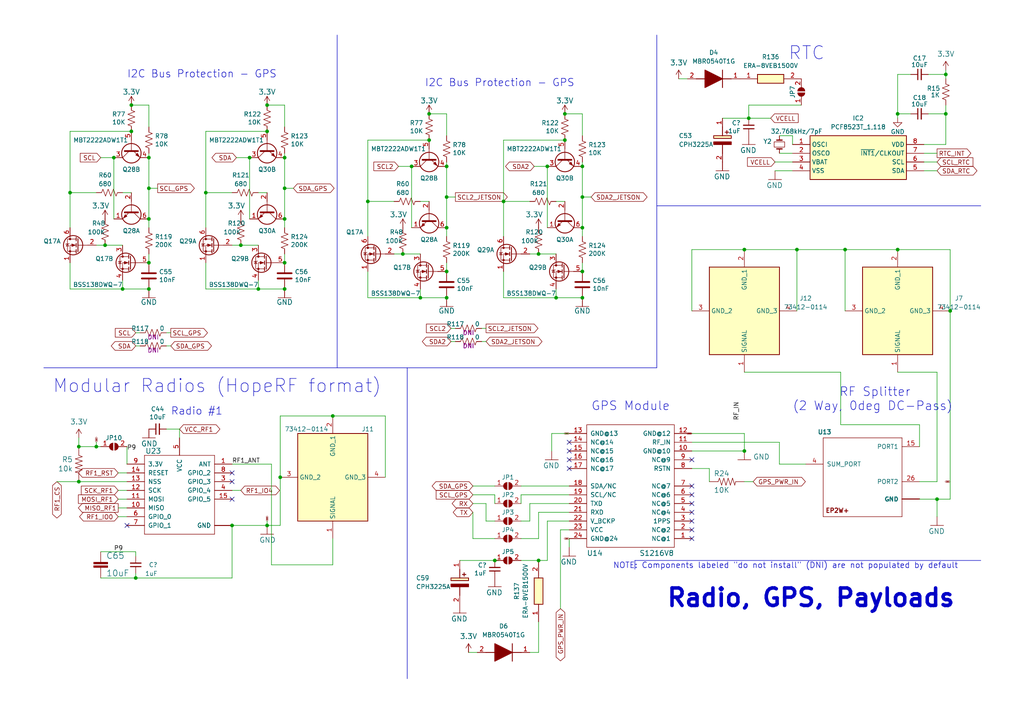
<source format=kicad_sch>
(kicad_sch (version 20230121) (generator eeschema)
  (paper "A4")
  (title_block (title "PyCubed Mainboard") (date "2021-06-09") (rev "v05c") (company "Max Holliday"))
  (junction (at 67.31 152.4))
  (junction (at 33.02 45.72))
  (junction (at 168.91 57.15))
  (junction (at 168.91 66.04))
  (junction (at 217.17 34.29))
  (junction (at 260.35 72.39))
  (junction (at 77.47 30.48))
  (junction (at 129.54 48.26))
  (junction (at 43.18 76.2))
  (junction (at 158.75 48.26))
  (junction (at 119.38 48.26))
  (junction (at 35.56 83.82))
  (junction (at 231.14 72.39))
  (junction (at 74.93 83.82))
  (junction (at 124.46 40.64))
  (junction (at 27.94 129.54))
  (junction (at 168.91 78.74))
  (junction (at 77.47 38.1))
  (junction (at 43.18 54.61))
  (junction (at 129.54 57.15))
  (junction (at 124.46 33.02))
  (junction (at 129.54 66.04))
  (junction (at 22.86 139.7))
  (junction (at 168.91 86.36))
  (junction (at 43.18 45.72))
  (junction (at 39.37 167.64))
  (junction (at 82.55 76.2))
  (junction (at 82.55 45.72))
  (junction (at 72.39 45.72))
  (junction (at 163.83 40.64))
  (junction (at 82.55 63.5))
  (junction (at 30.48 71.12))
  (junction (at 143.51 162.56))
  (junction (at 82.55 54.61))
  (junction (at 168.91 48.26))
  (junction (at 38.1 30.48))
  (junction (at 121.92 86.36))
  (junction (at 156.21 73.66))
  (junction (at 106.68 58.42))
  (junction (at 38.1 38.1))
  (junction (at 163.83 33.02))
  (junction (at 20.32 55.88))
  (junction (at 274.32 21.59))
  (junction (at 161.29 86.36))
  (junction (at 69.85 71.12))
  (junction (at 274.32 33.02))
  (junction (at 82.55 83.82))
  (junction (at 116.84 73.66))
  (junction (at 59.69 55.88))
  (junction (at 43.18 83.82))
  (junction (at 43.18 63.5))
  (junction (at 81.28 138.43))
  (junction (at 215.9 130.81))
  (junction (at 275.59 90.17))
  (junction (at 146.05 58.42))
  (junction (at 22.86 129.54))
  (junction (at 77.47 152.4))
  (junction (at 96.52 120.65))
  (junction (at 260.35 33.02))
  (junction (at 129.54 86.36))
  (junction (at 245.11 72.39))
  (junction (at 215.9 72.39))
  (junction (at 129.54 78.74))
  (junction (at 271.78 144.78))
  (junction (at 156.21 162.56))
  (no_connect (at 165.1 133.35))
  (no_connect (at 200.66 143.51))
  (no_connect (at 200.66 153.67))
  (no_connect (at 67.31 139.7))
  (no_connect (at 200.66 133.35))
  (no_connect (at 200.66 146.05))
  (no_connect (at 165.1 128.27))
  (no_connect (at 165.1 130.81))
  (no_connect (at 200.66 151.13))
  (no_connect (at 200.66 148.59))
  (no_connect (at 200.66 140.97))
  (no_connect (at 200.66 156.21))
  (no_connect (at 36.83 152.4))
  (no_connect (at 67.31 144.78))
  (no_connect (at 67.31 137.16))
  (no_connect (at 165.1 135.89))
  (wire (pts (xy 153.67 151.13) (xy 153.67 146.05)))
  (wire (pts (xy 67.31 134.62) (xy 78.74 134.62)))
  (wire (pts (xy 226.06 134.62) (xy 233.68 134.62)))
  (wire (pts (xy 260.35 33.02) (xy 264.16 33.02)))
  (wire (pts (xy 39.37 167.64) (xy 67.31 167.64)))
  (wire (pts (xy 67.31 152.4) (xy 77.47 152.4)))
  (wire (pts (xy 49.53 100.33) (xy 48.26 100.33)))
  (wire (pts (xy 116.84 73.66) (xy 114.3 73.66)))
  (wire (pts (xy 165.1 156.21) (xy 165.1 158.75)))
  (wire (pts (xy 260.35 21.59) (xy 260.35 33.02)))
  (wire (pts (xy 196.85 22.86) (xy 199.39 22.86)))
  (wire (pts (xy 96.52 163.83) (xy 96.52 156.21)))
  (wire (pts (xy 245.11 72.39) (xy 260.35 72.39)))
  (polyline (pts (xy 184.15 165.1) (xy 184.15 162.56)))
  (wire (pts (xy 77.47 55.88) (xy 74.93 55.88)))
  (wire (pts (xy 43.18 44.45) (xy 43.18 45.72)))
  (wire (pts (xy 49.53 96.52) (xy 48.26 96.52)))
  (wire (pts (xy 52.07 124.46) (xy 52.07 127)))
  (wire (pts (xy 146.05 78.74) (xy 146.05 86.36)))
  (wire (pts (xy 43.18 73.66) (xy 43.18 76.2)))
  (wire (pts (xy 266.7 139.7) (xy 271.78 139.7)))
  (wire (pts (xy 29.21 45.72) (xy 33.02 45.72)))
  (wire (pts (xy 168.91 66.04) (xy 168.91 57.15)))
  (polyline (pts (xy 190.5 59.69) (xy 284.48 59.69)))
  (wire (pts (xy 226.06 128.27) (xy 226.06 134.62)))
  (wire (pts (xy 156.21 156.21) (xy 156.21 148.59)))
  (wire (pts (xy 171.45 57.15) (xy 168.91 57.15)))
  (wire (pts (xy 146.05 86.36) (xy 161.29 86.36)))
  (wire (pts (xy 137.16 156.21) (xy 143.51 156.21)))
  (wire (pts (xy 77.47 152.4) (xy 81.28 152.4)))
  (wire (pts (xy 74.93 81.28) (xy 74.93 83.82)))
  (wire (pts (xy 33.02 45.72) (xy 33.02 63.5)))
  (wire (pts (xy 156.21 73.66) (xy 153.67 73.66)))
  (wire (pts (xy 209.55 34.29) (xy 217.17 34.29)))
  (wire (pts (xy 59.69 76.2) (xy 59.69 83.82)))
  (wire (pts (xy 226.06 39.37) (xy 229.87 39.37)))
  (wire (pts (xy 137.16 148.59) (xy 137.16 156.21)))
  (wire (pts (xy 29.21 167.64) (xy 39.37 167.64)))
  (wire (pts (xy 217.17 34.29) (xy 223.52 34.29)))
  (wire (pts (xy 106.68 68.58) (xy 106.68 58.42)))
  (wire (pts (xy 133.35 162.56) (xy 143.51 162.56)))
  (wire (pts (xy 151.13 140.97) (xy 165.1 140.97)))
  (wire (pts (xy 27.94 128.27) (xy 27.94 129.54)))
  (wire (pts (xy 274.32 21.59) (xy 274.32 22.86)))
  (wire (pts (xy 39.37 96.52) (xy 40.64 96.52)))
  (wire (pts (xy 267.97 49.53) (xy 271.78 49.53)))
  (wire (pts (xy 144.78 162.56) (xy 143.51 162.56)))
  (wire (pts (xy 151.13 162.56) (xy 156.21 162.56)))
  (polyline (pts (xy 190.5 106.68) (xy 190.5 10.16)))
  (wire (pts (xy 78.74 163.83) (xy 96.52 163.83)))
  (wire (pts (xy 85.09 54.61) (xy 82.55 54.61)))
  (wire (pts (xy 74.93 71.12) (xy 69.85 71.12)))
  (wire (pts (xy 140.97 99.06) (xy 139.7 99.06)))
  (polyline (pts (xy 97.79 106.68) (xy 97.79 10.16)))
  (wire (pts (xy 35.56 83.82) (xy 43.18 83.82)))
  (wire (pts (xy 266.7 123.19) (xy 266.7 129.54)))
  (wire (pts (xy 82.55 36.83) (xy 82.55 30.48)))
  (wire (pts (xy 78.74 134.62) (xy 78.74 163.83)))
  (wire (pts (xy 156.21 162.56) (xy 158.75 162.56)))
  (wire (pts (xy 20.32 55.88) (xy 27.94 55.88)))
  (wire (pts (xy 59.69 55.88) (xy 59.69 38.1)))
  (wire (pts (xy 39.37 160.02) (xy 39.37 161.29)))
  (wire (pts (xy 231.14 72.39) (xy 215.9 72.39)))
  (wire (pts (xy 200.66 125.73) (xy 215.9 125.73)))
  (wire (pts (xy 215.9 139.7) (xy 218.44 139.7)))
  (wire (pts (xy 274.32 30.48) (xy 274.32 33.02)))
  (wire (pts (xy 137.16 140.97) (xy 143.51 140.97)))
  (wire (pts (xy 20.32 38.1) (xy 38.1 38.1)))
  (wire (pts (xy 36.83 134.62) (xy 36.83 129.54)))
  (wire (pts (xy 274.32 20.32) (xy 274.32 21.59)))
  (wire (pts (xy 106.68 86.36) (xy 121.92 86.36)))
  (wire (pts (xy 271.78 144.78) (xy 271.78 149.86)))
  (wire (pts (xy 129.54 57.15) (xy 129.54 48.26)))
  (wire (pts (xy 269.24 33.02) (xy 274.32 33.02)))
  (wire (pts (xy 140.97 146.05) (xy 140.97 151.13)))
  (wire (pts (xy 106.68 78.74) (xy 106.68 86.36)))
  (wire (pts (xy 59.69 55.88) (xy 67.31 55.88)))
  (wire (pts (xy 129.54 33.02) (xy 124.46 33.02)))
  (wire (pts (xy 215.9 125.73) (xy 215.9 130.81)))
  (wire (pts (xy 39.37 100.33) (xy 40.64 100.33)))
  (wire (pts (xy 156.21 189.23) (xy 153.67 189.23)))
  (wire (pts (xy 121.92 73.66) (xy 116.84 73.66)))
  (wire (pts (xy 20.32 55.88) (xy 20.32 38.1)))
  (wire (pts (xy 43.18 66.04) (xy 43.18 63.5)))
  (wire (pts (xy 154.94 48.26) (xy 158.75 48.26)))
  (wire (pts (xy 156.21 189.23) (xy 156.21 180.34)))
  (wire (pts (xy 69.85 71.12) (xy 67.31 71.12)))
  (wire (pts (xy 29.21 160.02) (xy 39.37 160.02)))
  (wire (pts (xy 226.06 128.27) (xy 200.66 128.27)))
  (wire (pts (xy 115.57 48.26) (xy 119.38 48.26)))
  (wire (pts (xy 260.35 21.59) (xy 264.16 21.59)))
  (wire (pts (xy 168.91 46.99) (xy 168.91 48.26)))
  (wire (pts (xy 36.83 144.78) (xy 34.29 144.78)))
  (wire (pts (xy 82.55 30.48) (xy 77.47 30.48)))
  (wire (pts (xy 275.59 90.17) (xy 275.59 144.78)))
  (wire (pts (xy 129.54 68.58) (xy 129.54 66.04)))
  (wire (pts (xy 39.37 167.64) (xy 39.37 166.37)))
  (wire (pts (xy 140.97 95.25) (xy 139.7 95.25)))
  (wire (pts (xy 271.78 107.95) (xy 260.35 107.95)))
  (wire (pts (xy 82.55 44.45) (xy 82.55 45.72)))
  (wire (pts (xy 30.48 71.12) (xy 27.94 71.12)))
  (wire (pts (xy 200.66 72.39) (xy 215.9 72.39)))
  (wire (pts (xy 132.08 57.15) (xy 129.54 57.15)))
  (wire (pts (xy 161.29 86.36) (xy 168.91 86.36)))
  (wire (pts (xy 96.52 120.65) (xy 81.28 120.65)))
  (wire (pts (xy 151.13 143.51) (xy 151.13 146.05)))
  (wire (pts (xy 52.07 124.46) (xy 48.26 124.46)))
  (wire (pts (xy 160.02 125.73) (xy 160.02 130.81)))
  (wire (pts (xy 129.54 76.2) (xy 129.54 78.74)))
  (wire (pts (xy 153.67 146.05) (xy 165.1 146.05)))
  (wire (pts (xy 36.83 147.32) (xy 34.29 147.32)))
  (polyline (pts (xy 12.7 106.68) (xy 190.5 106.68)))
  (wire (pts (xy 81.28 120.65) (xy 81.28 138.43)))
  (wire (pts (xy 43.18 63.5) (xy 43.18 54.61)))
  (wire (pts (xy 143.51 143.51) (xy 137.16 143.51)))
  (wire (pts (xy 163.83 58.42) (xy 161.29 58.42)))
  (wire (pts (xy 38.1 55.88) (xy 35.56 55.88)))
  (wire (pts (xy 168.91 39.37) (xy 168.91 33.02)))
  (wire (pts (xy 168.91 57.15) (xy 168.91 48.26)))
  (wire (pts (xy 43.18 36.83) (xy 43.18 30.48)))
  (wire (pts (xy 151.13 156.21) (xy 156.21 156.21)))
  (wire (pts (xy 16.51 139.7) (xy 22.86 139.7)))
  (wire (pts (xy 43.18 54.61) (xy 43.18 45.72)))
  (wire (pts (xy 36.83 137.16) (xy 34.29 137.16)))
  (wire (pts (xy 151.13 151.13) (xy 153.67 151.13)))
  (wire (pts (xy 274.32 33.02) (xy 274.32 41.91)))
  (wire (pts (xy 243.84 107.95) (xy 243.84 123.19)))
  (wire (pts (xy 129.54 66.04) (xy 129.54 57.15)))
  (wire (pts (xy 162.56 153.67) (xy 162.56 176.53)))
  (wire (pts (xy 106.68 58.42) (xy 114.3 58.42)))
  (wire (pts (xy 266.7 144.78) (xy 271.78 144.78)))
  (wire (pts (xy 20.32 83.82) (xy 35.56 83.82)))
  (wire (pts (xy 267.97 44.45) (xy 271.78 44.45)))
  (polyline (pts (xy 184.15 162.56) (xy 284.48 162.56)))
  (wire (pts (xy 59.69 66.04) (xy 59.69 55.88)))
  (wire (pts (xy 77.47 151.13) (xy 77.47 152.4)))
  (wire (pts (xy 274.32 41.91) (xy 267.97 41.91)))
  (wire (pts (xy 260.35 72.39) (xy 275.59 72.39)))
  (polyline (pts (xy 118.11 196.85) (xy 118.11 106.68)))
  (wire (pts (xy 137.16 146.05) (xy 140.97 146.05)))
  (wire (pts (xy 96.52 120.65) (xy 111.76 120.65)))
  (wire (pts (xy 162.56 153.67) (xy 165.1 153.67)))
  (wire (pts (xy 275.59 72.39) (xy 275.59 90.17)))
  (wire (pts (xy 200.66 135.89) (xy 205.74 135.89)))
  (wire (pts (xy 165.1 125.73) (xy 160.02 125.73)))
  (wire (pts (xy 165.1 151.13) (xy 158.75 151.13)))
  (wire (pts (xy 168.91 33.02) (xy 163.83 33.02)))
  (wire (pts (xy 229.87 39.37) (xy 229.87 41.91)))
  (wire (pts (xy 231.14 72.39) (xy 245.11 72.39)))
  (wire (pts (xy 146.05 68.58) (xy 146.05 58.42)))
  (wire (pts (xy 34.29 149.86) (xy 36.83 149.86)))
  (wire (pts (xy 129.54 39.37) (xy 129.54 33.02)))
  (wire (pts (xy 69.85 142.24) (xy 67.31 142.24)))
  (wire (pts (xy 72.39 45.72) (xy 72.39 63.5)))
  (wire (pts (xy 130.81 95.25) (xy 132.08 95.25)))
  (wire (pts (xy 111.76 120.65) (xy 111.76 138.43)))
  (wire (pts (xy 146.05 40.64) (xy 163.83 40.64)))
  (wire (pts (xy 215.9 130.81) (xy 200.66 130.81)))
  (wire (pts (xy 81.28 138.43) (xy 81.28 152.4)))
  (wire (pts (xy 229.87 49.53) (xy 224.79 49.53)))
  (wire (pts (xy 82.55 66.04) (xy 82.55 63.5)))
  (wire (pts (xy 82.55 73.66) (xy 82.55 76.2)))
  (wire (pts (xy 130.81 99.06) (xy 132.08 99.06)))
  (wire (pts (xy 22.86 129.54) (xy 27.94 129.54)))
  (wire (pts (xy 119.38 48.26) (xy 119.38 66.04)))
  (wire (pts (xy 243.84 123.19) (xy 266.7 123.19)))
  (wire (pts (xy 35.56 81.28) (xy 35.56 83.82)))
  (wire (pts (xy 124.46 58.42) (xy 121.92 58.42)))
  (wire (pts (xy 140.97 151.13) (xy 143.51 151.13)))
  (wire (pts (xy 121.92 83.82) (xy 121.92 86.36)))
  (wire (pts (xy 20.32 66.04) (xy 20.32 55.88)))
  (wire (pts (xy 35.56 71.12) (xy 30.48 71.12)))
  (wire (pts (xy 168.91 76.2) (xy 168.91 78.74)))
  (wire (pts (xy 245.11 90.17) (xy 245.11 72.39)))
  (wire (pts (xy 59.69 83.82) (xy 74.93 83.82)))
  (wire (pts (xy 217.17 30.48) (xy 232.41 30.48)))
  (wire (pts (xy 43.18 30.48) (xy 38.1 30.48)))
  (wire (pts (xy 20.32 76.2) (xy 20.32 83.82)))
  (wire (pts (xy 36.83 142.24) (xy 34.29 142.24)))
  (wire (pts (xy 217.17 30.48) (xy 217.17 34.29)))
  (wire (pts (xy 135.89 189.23) (xy 138.43 189.23)))
  (wire (pts (xy 22.86 129.54) (xy 22.86 127)))
  (wire (pts (xy 275.59 144.78) (xy 271.78 144.78)))
  (wire (pts (xy 68.58 45.72) (xy 72.39 45.72)))
  (wire (pts (xy 22.86 139.7) (xy 36.83 139.7)))
  (wire (pts (xy 229.87 46.99) (xy 224.79 46.99)))
  (wire (pts (xy 158.75 48.26) (xy 158.75 66.04)))
  (wire (pts (xy 200.66 90.17) (xy 200.66 72.39)))
  (wire (pts (xy 156.21 148.59) (xy 165.1 148.59)))
  (wire (pts (xy 106.68 40.64) (xy 124.46 40.64)))
  (wire (pts (xy 269.24 21.59) (xy 274.32 21.59)))
  (wire (pts (xy 267.97 46.99) (xy 271.78 46.99)))
  (wire (pts (xy 106.68 58.42) (xy 106.68 40.64)))
  (wire (pts (xy 143.51 146.05) (xy 143.51 143.51)))
  (wire (pts (xy 229.87 44.45) (xy 226.06 44.45)))
  (wire (pts (xy 129.54 46.99) (xy 129.54 48.26)))
  (wire (pts (xy 161.29 73.66) (xy 156.21 73.66)))
  (wire (pts (xy 168.91 68.58) (xy 168.91 66.04)))
  (wire (pts (xy 205.74 135.89) (xy 205.74 139.7)))
  (wire (pts (xy 146.05 58.42) (xy 153.67 58.42)))
  (wire (pts (xy 271.78 139.7) (xy 271.78 107.95)))
  (wire (pts (xy 45.72 54.61) (xy 43.18 54.61)))
  (wire (pts (xy 165.1 143.51) (xy 151.13 143.51)))
  (wire (pts (xy 121.92 86.36) (xy 129.54 86.36)))
  (wire (pts (xy 67.31 167.64) (xy 67.31 152.4)))
  (wire (pts (xy 74.93 83.82) (xy 82.55 83.82)))
  (wire (pts (xy 158.75 151.13) (xy 158.75 162.56)))
  (wire (pts (xy 215.9 107.95) (xy 243.84 107.95)))
  (wire (pts (xy 59.69 38.1) (xy 77.47 38.1)))
  (wire (pts (xy 161.29 83.82) (xy 161.29 86.36)))
  (wire (pts (xy 146.05 58.42) (xy 146.05 40.64)))
  (wire (pts (xy 260.35 34.29) (xy 260.35 33.02)))
  (wire (pts (xy 27.94 129.54) (xy 29.21 129.54)))
  (wire (pts (xy 231.14 72.39) (xy 231.14 90.17)))
  (wire (pts (xy 82.55 54.61) (xy 82.55 45.72)))
  (wire (pts (xy 82.55 63.5) (xy 82.55 54.61)))
  (text "Radio, GPS, Payloads" (at 193.04 176.53 0) (effects (font (size 5.08 5.08) (thickness 1.016) bold) (justify left bottom)))
  (text "I2C Bus Protection - GPS\n" (at 123.19 25.4 0) (effects (font (size 2.159 2.159)) (justify left bottom)))
  (text "Radio #1" (at 49.53 120.65 0) (effects (font (size 2.159 2.159)) (justify left bottom)))
  (text "       RF Splitter \n(2 Way, 0deg DC-Pass)" (at 229.87 119.38 0) (effects (font (size 2.54 2.54)) (justify left bottom)))
  (text "NOTE: Components labeled \"do not install\" (DNI) are not populated by default" (at 177.8 165.1 0) (effects (font (size 1.651 1.651)) (justify left bottom)))
  (text "I2C Bus Protection - GPS\n" (at 36.83 22.86 0) (effects (font (size 2.159 2.159)) (justify left bottom)))
  (text "RTC" (at 228.6 17.78 0) (effects (font (size 3.81 3.81)) (justify left bottom)))
  (text "GPS Module" (at 171.45 119.38 0) (effects (font (size 2.54 2.54)) (justify left bottom)))
  (text "Modular Radios (HopeRF format)" (at 15.24 114.3 0) (effects (font (size 3.81 3.81)) (justify left bottom)))
  (label "RF1_ANT" (at 67.31 134.62 0))
  (label "P9" (at 36.83 130.81 0))
  (label "RF_IN" (at 214.63 121.92 90))
  (label "P9" (at 33.02 160.02 0))
  (global_label "RF1_IO0" (shape bidirectional) (at 34.29 149.86 180) (property "Intersheetrefs" "${INTERSHEET_REFS}" (effects hide)))
  (global_label "SCL2_JETSON" (shape output) (at 140.97 95.25 0) (property "Intersheetrefs" "${INTERSHEET_REFS}" (effects hide)))
  (global_label "SDA2_JETSON" (shape bidirectional) (at 140.97 99.06 0) (property "Intersheetrefs" "${INTERSHEET_REFS}" (effects hide)))
  (global_label "SCL2" (shape input) (at 130.81 95.25 180) (property "Intersheetrefs" "${INTERSHEET_REFS}" (effects hide)))
  (global_label "SDA" (shape bidirectional) (at 68.58 45.72 180) (property "Intersheetrefs" "${INTERSHEET_REFS}" (effects hide)))
  (global_label "SCL" (shape input) (at 29.21 45.72 180) (property "Intersheetrefs" "${INTERSHEET_REFS}" (effects hide)))
  (global_label "SCL2_JETSON" (shape output) (at 132.08 57.15 0) (property "Intersheetrefs" "${INTERSHEET_REFS}" (effects hide)))
  (global_label "VCELL" (shape input) (at 224.79 46.99 180) (property "Intersheetrefs" "${INTERSHEET_REFS}" (effects hide)))
  (global_label "GPS_PWR_IN" (shape bidirectional) (at 218.44 139.7 0) (property "Intersheetrefs" "${INTERSHEET_REFS}" (effects hide)))
  (global_label "VCELL" (shape input) (at 223.52 34.29 0) (property "Intersheetrefs" "${INTERSHEET_REFS}" (effects hide)))
  (global_label "GND" (shape bidirectional) (at 275.59 139.7 180) (effects (font (size 0.254 0.254))) (property "Intersheetrefs" "${INTERSHEET_REFS}" (effects hide)))
  (global_label "SDA_RTC" (shape bidirectional) (at 271.78 49.53 0) (property "Intersheetrefs" "${INTERSHEET_REFS}" (effects hide)))
  (global_label "VCC_RF1" (shape bidirectional) (at 52.07 124.46 0) (property "Intersheetrefs" "${INTERSHEET_REFS}" (effects hide)))
  (global_label "GND" (shape bidirectional) (at 165.1 125.73 180) (effects (font (size 0.254 0.254))) (property "Intersheetrefs" "${INTERSHEET_REFS}" (effects hide)))
  (global_label "SCL2" (shape input) (at 115.57 48.26 180) (property "Intersheetrefs" "${INTERSHEET_REFS}" (effects hide)))
  (global_label "RF1_RST" (shape bidirectional) (at 34.29 137.16 180) (property "Intersheetrefs" "${INTERSHEET_REFS}" (effects hide)))
  (global_label "RF1_CS" (shape bidirectional) (at 16.51 139.7 270) (property "Intersheetrefs" "${INTERSHEET_REFS}" (effects hide)))
  (global_label "SCL_GPS" (shape input) (at 137.16 143.51 180) (property "Intersheetrefs" "${INTERSHEET_REFS}" (effects hide)))
  (global_label "MISO_RF1" (shape output) (at 34.29 147.32 180) (property "Intersheetrefs" "${INTERSHEET_REFS}" (effects hide)))
  (global_label "SDA2" (shape bidirectional) (at 130.81 99.06 180) (property "Intersheetrefs" "${INTERSHEET_REFS}" (effects hide)))
  (global_label "GND" (shape bidirectional) (at 165.1 156.21 180) (effects (font (size 0.254 0.254))) (property "Intersheetrefs" "${INTERSHEET_REFS}" (effects hide)))
  (global_label "SDA2" (shape bidirectional) (at 154.94 48.26 180) (property "Intersheetrefs" "${INTERSHEET_REFS}" (effects hide)))
  (global_label "SDA" (shape bidirectional) (at 39.37 100.33 180) (property "Intersheetrefs" "${INTERSHEET_REFS}" (effects hide)))
  (global_label "TX" (shape bidirectional) (at 137.16 148.59 180) (property "Intersheetrefs" "${INTERSHEET_REFS}" (effects hide)))
  (global_label "3.3V" (shape bidirectional) (at 27.94 128.27 90) (effects (font (size 0.254 0.254))) (property "Intersheetrefs" "${INTERSHEET_REFS}" (effects hide)))
  (global_label "RX" (shape bidirectional) (at 137.16 146.05 180) (property "Intersheetrefs" "${INTERSHEET_REFS}" (effects hide)))
  (global_label "SCL_RTC" (shape input) (at 271.78 46.99 0) (property "Intersheetrefs" "${INTERSHEET_REFS}" (effects hide)))
  (global_label "SDA_GPS" (shape bidirectional) (at 137.16 140.97 180) (property "Intersheetrefs" "${INTERSHEET_REFS}" (effects hide)))
  (global_label "GPS_PWR_IN" (shape bidirectional) (at 162.56 176.53 270) (property "Intersheetrefs" "${INTERSHEET_REFS}" (effects hide)))
  (global_label "MOSI_RF1" (shape input) (at 34.29 144.78 180) (property "Intersheetrefs" "${INTERSHEET_REFS}" (effects hide)))
  (global_label "SCL_GPS" (shape output) (at 45.72 54.61 0) (property "Intersheetrefs" "${INTERSHEET_REFS}" (effects hide)))
  (global_label "SCK_RF1" (shape input) (at 34.29 142.24 180) (property "Intersheetrefs" "${INTERSHEET_REFS}" (effects hide)))
  (global_label "SCL_GPS" (shape output) (at 49.53 96.52 0) (property "Intersheetrefs" "${INTERSHEET_REFS}" (effects hide)))
  (global_label "SDA2_JETSON" (shape bidirectional) (at 171.45 57.15 0) (property "Intersheetrefs" "${INTERSHEET_REFS}" (effects hide)))
  (global_label "SDA_GPS" (shape bidirectional) (at 49.53 100.33 0) (property "Intersheetrefs" "${INTERSHEET_REFS}" (effects hide)))
  (global_label "GND" (shape bidirectional) (at 200.66 125.73 180) (effects (font (size 0.254 0.254))) (property "Intersheetrefs" "${INTERSHEET_REFS}" (effects hide)))
  (global_label "SDA_GPS" (shape bidirectional) (at 85.09 54.61 0) (property "Intersheetrefs" "${INTERSHEET_REFS}" (effects hide)))
  (global_label "RTC_INT" (shape output) (at 271.78 44.45 0) (property "Intersheetrefs" "${INTERSHEET_REFS}" (effects hide)))
  (global_label "SCL" (shape input) (at 39.37 96.52 180) (property "Intersheetrefs" "${INTERSHEET_REFS}" (effects hide)))
  (global_label "GND" (shape bidirectional) (at 77.47 151.13 90) (effects (font (size 0.254 0.254))) (property "Intersheetrefs" "${INTERSHEET_REFS}" (effects hide)))
  (global_label "RF1_IO4" (shape bidirectional) (at 69.85 142.24 0) (property "Intersheetrefs" "${INTERSHEET_REFS}" (effects hide)))
  (symbol (lib_id "mainboard:10KOHM-1_10W-1%(0603)0603") (at 210.82 139.7 0) (unit 1)
    (property "Reference" "R24" (at 207.01 138.2014 0) (effects (font (size 1.4986 1.4986)) (justify left bottom)))
    (property "Value" "10K" (at 207.01 143.002 0) (effects (font (size 1.4986 1.4986)) (justify left bottom)))
    (property "Footprint" "Resistor_SMD:R_0603_1608Metric" (effects hide))
    (property "Description" "10K 0603" (effects hide))
    (instances (project "mainboard" (path "" (reference "R24") (unit 1)) (path "" (reference "R?") (unit 1))))
  )
  (symbol (lib_id "mainboard:GND") (at 271.78 152.4 0) (unit 1)
    (property "Reference" "#GND044" (effects hide))
    (property "Value" "GND" (at 269.24 154.94 0) (effects (font (size 1.4986 1.4986)) (justify left bottom)))
    (instances (project "mainboard" (path "" (reference "#GND044") (unit 1)) (path "" (reference "#GND?") (unit 1))))
  )
  (symbol (lib_id "mainboard:RFM98PW") (at 49.53 142.24 0) (unit 1)
    (property "Reference" "U23" (at 44.45 130.81 0) (effects (font (size 1.4986 1.4986))))
    (property "Value" "RFM98PW" (effects hide))
    (property "Footprint" "mainboard:RFM95PW" (effects hide))
    (property "Description" "433 MHz 1W Radio" (effects hide))
    (property "Flight" "RFM98PW" (effects hide))
    (property "Manufacturer_Name" "HopeRF" (effects hide))
    (property "Manufacturer_Part_Number" "RFM98PW" (effects hide))
    (property "Proto" "RFM98PW" (effects hide))
  )
  (symbol (lib_id "mainboard:GND") (at 77.47 154.94 0) (mirror y) (unit 1)
    (property "Reference" "#GND0103" (effects hide))
    (property "Value" "GND" (at 80.01 157.48 0) (effects (font (size 1.4986 1.4986)) (justify left bottom)))
    (instances (project "mainboard" (path "" (reference "#GND0103") (unit 1)) (path "" (reference "#GND?") (unit 1))))
  )
  (symbol (lib_id "mainboard:10KOHM-1_10W-1%(0603)0603") (at 22.86 134.62 270) (unit 1)
    (property "Reference" "R5" (at 21.1328 133.2738 90) (effects (font (size 1.4986 1.4986)) (justify right)))
    (property "Value" "10k" (at 21.1328 135.9408 90) (effects (font (size 1.4986 1.4986)) (justify right)))
    (property "Footprint" "Resistor_SMD:R_0603_1608Metric" (effects hide))
    (property "Description" "10k 0603" (effects hide))
    (instances (project "mainboard" (path "" (reference "R5") (unit 1)) (path "" (reference "R?") (unit 1))))
  )
  (symbol (lib_id "mainboard:3.3V") (at 22.86 127 0) (unit 1)
    (property "Reference" "#SUPPLY0109" (effects hide))
    (property "Value" "3.3V" (at 20.32 123.19 0) (effects (font (size 1.4986 1.4986)) (justify left bottom)))
    (instances (project "mainboard" (path "" (reference "#SUPPLY0109") (unit 1)) (path "" (reference "#SUPPLY?") (unit 1))))
  )
  (symbol (lib_id "Device:C_Small") (at 45.72 124.46 90) (unit 1)
    (property "Reference" "C44" (at 45.72 118.6434 90))
    (property "Value" "10uF" (at 45.72 120.9548 90))
    (property "Footprint" "Capacitor_SMD:C_0603_1608Metric" (effects hide))
    (property "Description" "10uF +-20% 10V X5R" (effects hide))
    (instances (project "mainboard" (path "" (reference "C44") (unit 1)) (path "" (reference "C?") (unit 1))))
  )
  (symbol (lib_id "mainboard:GND") (at 43.18 127 0) (mirror y) (unit 1)
    (property "Reference" "#GND036" (effects hide))
    (property "Value" "GND" (at 45.72 129.54 0) (effects (font (size 1.4986 1.4986)) (justify left bottom)))
    (instances (project "mainboard" (path "" (reference "#GND036") (unit 1)) (path "" (reference "#GND?") (unit 1))))
  )
  (symbol (lib_id "mainboard:EP2W+") (at 251.46 134.62 0) (unit 1)
    (property "Reference" "U13" (at 241.3 124.46 0) (effects (font bold) (justify right top)))
    (property "Value" "EP2W+" (effects hide))
    (property "Footprint" "mainboard:QFN32-5X5MM" (effects hide))
    (property "Datasheet" "https://www.minicircuits.com/pdfs/EP2W+.pdf" (effects hide))
    (property "DNI" "DNI" (effects hide))
    (property "Description" "RF Splitter DC-Pass" (effects hide))
    (property "Flight" "EP2W+" (effects hide))
    (property "Manufacturer_Name" "Mini Circuits" (effects hide))
    (property "Manufacturer_Part_Number" "EP2W+" (effects hide))
    (instances (project "mainboard" (path "" (reference "U13") (unit 1)) (path "" (reference "U?") (unit 1))))
  )
  (symbol (lib_id "mainboard:GND") (at 160.02 133.35 0) (unit 1)
    (property "Reference" "#GND042" (effects hide))
    (property "Value" "GND" (at 157.48 135.89 0) (effects (font (size 1.4986 1.4986)) (justify left bottom)))
    (instances (project "mainboard" (path "" (reference "#GND042") (unit 1)) (path "" (reference "#GND?") (unit 1))))
  )
  (symbol (lib_id "mainboard:GND") (at 165.1 161.29 0) (unit 1)
    (property "Reference" "#GND043" (effects hide))
    (property "Value" "GND" (at 162.56 163.83 0) (effects (font (size 1.4986 1.4986)) (justify left bottom)))
    (instances (project "mainboard" (path "" (reference "#GND043") (unit 1)) (path "" (reference "#GND?") (unit 1))))
  )
  (symbol (lib_id "mainboard:GND") (at 215.9 133.35 0) (unit 1)
    (property "Reference" "#GND047" (effects hide))
    (property "Value" "GND" (at 218.44 133.35 0) (effects (font (size 1.4986 1.4986)) (justify left bottom)))
    (instances (project "mainboard" (path "" (reference "#GND047") (unit 1)) (path "" (reference "#GND?") (unit 1))))
  )
  (symbol (lib_id "mainboard:S1216V8") (at 182.88 140.97 0) (unit 1)
    (property "Reference" "U14" (at 170.18 161.29 0) (effects (font (size 1.4986 1.4986)) (justify left bottom)))
    (property "Value" "S1216V8" (at 185.42 161.29 0) (effects (font (size 1.4986 1.4986)) (justify left bottom)))
    (property "Footprint" "mainboard:S1216_24PIN_PACKAGE" (effects hide))
    (instances (project "mainboard" (path "" (reference "U14") (unit 1)) (path "" (reference "U?") (unit 1))))
  )
  (symbol (lib_id "Device:R_US") (at 43.18 69.85 0) (unit 1)
    (property "Reference" "R119" (at 44.9072 68.6816 0) (effects (justify left)))
    (property "Value" "200K" (at 44.9072 70.993 0) (effects (justify left)))
    (property "Footprint" "Resistor_SMD:R_0603_1608Metric" (effects hide))
    (property "Description" "200K 0603" (effects hide))
    (instances (project "mainboard" (path "" (reference "R119") (unit 1)) (path "" (reference "R130") (unit 1))))
  )
  (symbol (lib_id "SamacSys_Parts:ERA-8VEB1500V") (at 214.63 22.86 0) (unit 1)
    (property "Reference" "R136" (at 223.52 16.51 0))
    (property "Value" "ERA-8VEB1500V" (at 223.52 19.05 0))
    (property "Footprint" "ERA8KEB1004V" (effects hide))
    (property "Datasheet" "https://industrial.panasonic.com/cdbs/www-data/pdf/RDM0000/RDM0000C331.pdf" (effects hide))
    (property "Height" "0.65" (effects hide))
    (property "Manufacturer_Name" "Panasonic" (effects hide))
    (property "Manufacturer_Part_Number" "ERA-8VEB1500V" (effects hide))
  )
  (symbol (lib_id "mainboard:3.3V") (at 116.84 66.04 0) (unit 1)
    (property "Reference" "#P+010" (effects hide))
    (property "Value" "3.3V" (at 115.57 62.23 0) (effects (font (size 1.4986 1.4986))))
    (instances (project "mainboard" (path "" (reference "#P+010") (unit 1)) (path "" (reference "#P+022") (unit 1))))
  )
  (symbol (lib_id "mainboard:GND") (at 224.79 52.07 0) (unit 1)
    (property "Reference" "#GND040" (effects hide))
    (property "Value" "GND" (at 222.25 54.61 0) (effects (font (size 1.4986 1.4986)) (justify left bottom)))
    (instances (project "mainboard" (path "" (reference "#GND040") (unit 1)) (path "" (reference "#GND?") (unit 1))))
  )
  (symbol (lib_id "Device:R_US") (at 77.47 34.29 0) (unit 1)
    (property "Reference" "R122" (at 75.7682 33.1216 0) (effects (justify right)))
    (property "Value" "10K" (at 75.7682 35.433 0) (effects (justify right)))
    (property "Footprint" "Resistor_SMD:R_0603_1608Metric" (effects hide))
    (property "Description" "10K 0603" (effects hide))
    (instances (project "mainboard" (path "" (reference "R122") (unit 1)) (path "" (reference "R133") (unit 1))))
  )
  (symbol (lib_id "Device:R_US") (at 43.18 40.64 0) (unit 1)
    (property "Reference" "R78" (at 44.9072 39.4716 0) (effects (justify left)))
    (property "Value" "10K" (at 44.9072 41.783 0) (effects (justify left)))
    (property "Footprint" "Resistor_SMD:R_0603_1608Metric" (effects hide))
    (property "Description" "10K 0603" (effects hide))
    (instances (project "mainboard" (path "" (reference "R78") (unit 1)) (path "" (reference "R129") (unit 1))))
  )
  (symbol (lib_id "Device:R_US") (at 116.84 69.85 0) (unit 1)
    (property "Reference" "R48" (at 113.03 67.31 0) (effects (justify left)))
    (property "Value" "100K" (at 111.76 69.85 0) (effects (justify left)))
    (property "Footprint" "Resistor_SMD:R_0603_1608Metric" (effects hide))
    (property "Description" "100K 0603" (effects hide))
    (instances (project "mainboard" (path "" (reference "R48") (unit 1)) (path "" (reference "R138") (unit 1))))
  )
  (symbol (lib_id "mainboard:BSS138DWQ-7") (at 107.95 73.66 0) (mirror y) (unit 1)
    (property "Reference" "Q17" (at 105.41 67.31 0) (effects (justify left)))
    (property "Value" "BSS138DWQ-7" (at 121.92 85.09 0) (effects (justify left)))
    (property "Footprint" "mainboard:BSS138DWQ-7" (effects hide))
    (property "Datasheet" "https://www.diodes.com/assets/Datasheets/BSS138DWQ.pdf" (effects hide))
    (property "Description" "Dual N-Channel MOSFET - 2NMOS" (effects hide))
    (property "Flight" "BSS138DWQ-7" (effects hide))
    (property "Manufacturer_Name" "Diodes Incorporated" (effects hide))
    (property "Manufacturer_Part_Number" "BSS138DWQ-7" (effects hide))
    (property "Proto" "BSS138DWQ-7" (effects hide))
    (instances (project "mainboard" (path "" (reference "Q17") (unit 1)) (path "" (reference "Q23") (unit 1))))
  )
  (symbol (lib_id "mainboard:BSS138DWQ-7") (at 162.56 78.74 0) (mirror y) (unit 2)
    (property "Reference" "Q29" (at 158.623 77.5716 0) (effects (justify left)))
    (property "Value" "BSS138DWQ-7" (effects hide))
    (property "Footprint" "mainboard:BSS138DWQ-7" (effects hide))
    (property "Datasheet" "https://www.diodes.com/assets/Datasheets/BSS138DWQ.pdf" (effects hide))
    (property "Description" "Dual N-Channel MOSFET - 2NMOS" (effects hide))
    (property "Flight" "BSS138DWQ-7" (effects hide))
    (property "Manufacturer_Name" "Diodes Incorporated" (effects hide))
    (property "Manufacturer_Part_Number" "BSS138DWQ-7" (effects hide))
    (property "Proto" "BSS138DWQ-7" (effects hide))
    (instances (project "mainboard" (path "" (reference "Q29") (unit 2)) (path "" (reference "Q36") (unit 2))))
  )
  (symbol (lib_id "Transistor_BJT:MBT2222ADW1T1") (at 38.1 60.96 270) (unit 1)
    (property "Reference" "Q28" (at 38.1 66.9544 90))
    (property "Value" "MBT2222ADW1T1" (effects hide))
    (property "Footprint" "Package_TO_SOT_SMD:SOT-363_SC-70-6" (effects hide))
    (property "Datasheet" "http://www.onsemi.com/pub_link/Collateral/MBT2222ADW1T1-D.PDF" (effects hide))
    (property "Description" "Dual NPN BJT - 2NPN" (effects hide))
    (property "Flight" "MBT2222ADW1T1G" (effects hide))
    (property "Manufacturer_Name" "ON Semiconductor" (effects hide))
    (property "Manufacturer_Part_Number" "MBT2222ADW1T1G" (effects hide))
    (property "Proto" "MBT2222ADW1T1G" (effects hide))
    (instances (project "mainboard" (path "" (reference "Q28") (unit 1)) (path "" (reference "Q32") (unit 1))))
  )
  (symbol (lib_id "Device:R_US") (at 82.55 40.64 0) (unit 1)
    (property "Reference" "R123" (at 84.2772 39.4716 0) (effects (justify left)))
    (property "Value" "10K" (at 84.2772 41.783 0) (effects (justify left)))
    (property "Footprint" "Resistor_SMD:R_0603_1608Metric" (effects hide))
    (property "Description" "10K 0603" (effects hide))
    (instances (project "mainboard" (path "" (reference "R123") (unit 1)) (path "" (reference "R134") (unit 1))))
  )
  (symbol (lib_id "Device:R_US") (at 31.75 55.88 270) (unit 1)
    (property "Reference" "R60" (at 30.48 50.8 90))
    (property "Value" "680" (at 30.48 53.34 90))
    (property "Footprint" "Resistor_SMD:R_0603_1608Metric" (effects hide))
    (property "Description" "680 0603" (effects hide))
    (instances (project "mainboard" (path "" (reference "R60") (unit 1)) (path "" (reference "R127") (unit 1))))
  )
  (symbol (lib_id "mainboard:GND") (at 129.54 88.9 0) (unit 1)
    (property "Reference" "#GND054" (effects hide))
    (property "Value" "GND" (at 129.54 90.17 0) (effects (font (size 1.4986 1.4986))))
    (instances (project "mainboard" (path "" (reference "#GND054") (unit 1)) (path "" (reference "#GND01") (unit 1))))
  )
  (symbol (lib_id "Device:R_US") (at 168.91 72.39 0) (unit 1)
    (property "Reference" "R124" (at 170.6372 71.2216 0) (effects (justify left)))
    (property "Value" "200K" (at 170.6372 73.533 0) (effects (justify left)))
    (property "Footprint" "Resistor_SMD:R_0603_1608Metric" (effects hide))
    (property "Description" "200K 0603" (effects hide))
    (instances (project "mainboard" (path "" (reference "R124") (unit 1)) (path "" (reference "R148") (unit 1))))
  )
  (symbol (lib_id "SamacSys_Parts:MBR0540T1G") (at 214.63 22.86 180) (unit 1)
    (property "Reference" "D4" (at 207.01 15.24 0))
    (property "Value" "MBR0540T1G" (at 207.01 17.78 0))
    (property "Footprint" "SOD3716X135N" (effects hide))
    (property "Datasheet" "http://www.onsemi.com/pub/Collateral/MBR0540T1-D.PDF" (effects hide))
    (property "Height" "1.35" (effects hide))
    (property "Mouser Part Number" "863-MBR0540T1G" (effects hide))
    (property "Mouser Price/Stock" "https://www.mouser.co.uk/ProductDetail/onsemi/MBR0540T1G?qs=3JMERSakebqeY0cO5%252BUPCQ%3D%3D" (effects hide))
    (property "Manufacturer_Name" "onsemi" (effects hide))
    (property "Manufacturer_Part_Number" "MBR0540T1G" (effects hide))
  )
  (symbol (lib_id "SamacSys_Parts:73412-0114") (at 245.11 90.17 0) (unit 1)
    (property "Reference" "J7" (at 278.13 86.5221 0))
    (property "Value" "73412-0114" (at 278.13 89.0621 0))
    (property "Footprint" "73412-0110" (effects hide))
    (property "Datasheet" "http://www.molex.com/webdocs/datasheets/pdf/en-us//0734120114_RF_COAX_CONNECTORS.pdf" (effects hide))
    (property "Mouser Part Number" "538-73412-0114" (effects hide))
    (property "Mouser Price/Stock" "https://www.mouser.co.uk/ProductDetail/Molex/73412-0114?qs=TpUtqFO9vU%252Ba9r2SfxH4iw%3D%3D" (effects hide))
    (property "Manufacturer_Name" "Molex" (effects hide))
    (property "Manufacturer_Part_Number" "73412-0114" (effects hide))
  )
  (symbol (lib_id "power:GND") (at 260.35 34.29 0) (unit 1)
    (property "Reference" "#PWR0132" (effects hide))
    (property "Value" "GND" (at 260.35 38.227 0))
    (instances (project "mainboard" (path "" (reference "#PWR0132") (unit 1))) (project "mainboard" (path "" (reference "#PWR07") (unit 1))))
  )
  (symbol (lib_id "mainboard:3.3V") (at 69.85 63.5 0) (unit 1)
    (property "Reference" "#P+014" (effects hide))
    (property "Value" "3.3V" (at 68.58 59.69 0) (effects (font (size 1.4986 1.4986))))
    (instances (project "mainboard" (path "" (reference "#P+014") (unit 1)) (path "" (reference "#P+020") (unit 1))))
  )
  (symbol (lib_id "Device:R_US") (at 135.89 95.25 270) (unit 1)
    (property "Reference" "R117" (at 132.08 93.98 90))
    (property "Value" "0" (at 138.43 93.98 90))
    (property "Footprint" "Resistor_SMD:R_0603_1608Metric" (effects hide))
    (property "DNI" "DNI" (at 135.89 96.52 90))
    (property "Description" "0 0603" (effects hide))
    (instances (project "mainboard" (path "" (reference "R117") (unit 1)) (path "" (reference "R151") (unit 1))))
  )
  (symbol (lib_id "Device:C") (at 129.54 82.55 0) (unit 1)
    (property "Reference" "C55" (at 132.461 81.3816 0) (effects (justify left)))
    (property "Value" "10nF" (at 132.461 83.693 0) (effects (justify left)))
    (property "Footprint" "Capacitor_SMD:C_0603_1608Metric" (effects hide))
    (property "Description" "10nF +-10% 50V X7R" (effects hide))
    (instances (project "mainboard" (path "" (reference "C55") (unit 1)) (path "" (reference "C61") (unit 1))))
  )
  (symbol (lib_id "mainboard:3.3V") (at 163.83 33.02 0) (unit 1)
    (property "Reference" "#P+015" (effects hide))
    (property "Value" "3.3V" (at 163.83 29.21 0) (effects (font (size 1.4986 1.4986))))
    (instances (project "mainboard" (path "" (reference "#P+015") (unit 1)) (path "" (reference "#P+025") (unit 1))))
  )
  (symbol (lib_id "mainboard:C_Small") (at 39.37 163.83 0) (mirror x) (unit 1)
    (property "Reference" "C?" (at 45.72 163.83 0) (effects (justify right)))
    (property "Value" "1uF" (at 45.72 166.37 0) (effects (justify right)))
    (property "Footprint" "Capacitor_SMD:C_0603_1608Metric" (effects hide))
    (property "Description" "1uF 0603 X7R" (effects hide))
    (instances (project "mainboard" (path "" (reference "C?") (unit 1)) (path "" (reference "C4") (unit 1)) (path "" (reference "C67") (unit 1))))
  )
  (symbol (lib_id "SamacSys_Parts:73412-0114") (at 81.28 138.43 0) (unit 1)
    (property "Reference" "J11" (at 106.68 124.46 0))
    (property "Value" "73412-0114" (at 88.9 124.46 0))
    (property "Footprint" "73412-0110" (effects hide))
    (property "Datasheet" "http://www.molex.com/webdocs/datasheets/pdf/en-us//0734120114_RF_COAX_CONNECTORS.pdf" (effects hide))
    (property "Mouser Part Number" "538-73412-0114" (effects hide))
    (property "Mouser Price/Stock" "https://www.mouser.co.uk/ProductDetail/Molex/73412-0114?qs=TpUtqFO9vU%252Ba9r2SfxH4iw%3D%3D" (effects hide))
    (property "Manufacturer_Name" "Molex" (effects hide))
    (property "Manufacturer_Part_Number" "73412-0114" (effects hide))
  )
  (symbol (lib_id "Device:C_Small") (at 266.7 33.02 90) (unit 1)
    (property "Reference" "C18" (at 266.7 28.321 90))
    (property "Value" "10uF" (at 266.7 30.226 90))
    (property "Footprint" "Capacitor_SMD:C_0603_1608Metric" (effects hide))
    (instances (project "mainboard" (path "" (reference "C18") (unit 1))) (project "mainboard" (path "" (reference "C63") (unit 1))))
  )
  (symbol (lib_id "mainboard:3.3V") (at 77.47 30.48 0) (unit 1)
    (property "Reference" "#P+015" (effects hide))
    (property "Value" "3.3V" (at 77.47 26.67 0) (effects (font (size 1.4986 1.4986))))
    (instances (project "mainboard" (path "" (reference "#P+015") (unit 1)) (path "" (reference "#P+021") (unit 1))))
  )
  (symbol (lib_id "mainboard:GND") (at 143.51 170.18 0) (unit 1)
    (property "Reference" "#GND04" (effects hide))
    (property "Value" "GND" (at 140.97 172.72 0) (effects (font (size 1.4986 1.4986)) (justify left bottom)))
    (instances (project "mainboard" (path "" (reference "#GND04") (unit 1)) (path "" (reference "#GND?") (unit 1)) (path "" (reference "#GND069") (unit 1))))
  )
  (symbol (lib_id "Jumper:SolderJumper_2_Open") (at 147.32 151.13 0) (unit 1)
    (property "Reference" "JP3" (at 147.32 148.59 0))
    (property "Value" "SolderJumper_2_Open" (effects hide))
    (property "Footprint" "Jumper:SolderJumper-2_P1.3mm_Open_Pad1.0x1.5mm" (effects hide))
  )
  (symbol (lib_id "Device:R_US") (at 274.32 26.67 180) (unit 1)
    (property "Reference" "R15" (at 270.764 25.654 0))
    (property "Value" "1K" (at 271.272 27.559 0))
    (property "Footprint" "Resistor_SMD:R_0603_1608Metric" (effects hide))
    (instances (project "mainboard" (path "" (reference "R15") (unit 1))) (project "mainboard" (path "" (reference "R103") (unit 1))))
  )
  (symbol (lib_id "Device:C") (at 82.55 80.01 0) (unit 1)
    (property "Reference" "C56" (at 85.471 78.8416 0) (effects (justify left)))
    (property "Value" "10nF" (at 85.471 81.153 0) (effects (justify left)))
    (property "Footprint" "Capacitor_SMD:C_0603_1608Metric" (effects hide))
    (property "Description" "10nF +-10% 50V X7R" (effects hide))
    (instances (project "mainboard" (path "" (reference "C56") (unit 1)) (path "" (reference "C58") (unit 1))))
  )
  (symbol (lib_id "SamacSys_Parts:CPH3225A") (at 133.35 162.56 270) (unit 1)
    (property "Reference" "C59" (at 120.65 167.64 90) (effects (justify left)))
    (property "Value" "CPH3225A" (at 120.65 170.18 90) (effects (justify left)))
    (property "Footprint" "CPH3225A" (effects hide))
    (property "Datasheet" "https://www.sii.co.jp/en/me/datasheets/chip-capacitor/cph3225a/" (effects hide))
    (property "Height" "1" (effects hide))
    (property "Mouser Part Number" "628-CPH3225A" (effects hide))
    (property "Mouser Price/Stock" "https://www.mouser.com/Search/Refine.aspx?Keyword=628-CPH3225A" (effects hide))
    (property "Manufacturer_Name" "Seiko Epson Corporation" (effects hide))
    (property "Manufacturer_Part_Number" "CPH3225A" (effects hide))
  )
  (symbol (lib_id "SamacSys_Parts:73412-0114") (at 200.66 90.17 0) (unit 1)
    (property "Reference" "J12" (at 233.68 86.5221 0))
    (property "Value" "73412-0114" (at 233.68 89.0621 0))
    (property "Footprint" "73412-0110" (effects hide))
    (property "Datasheet" "http://www.molex.com/webdocs/datasheets/pdf/en-us//0734120114_RF_COAX_CONNECTORS.pdf" (effects hide))
    (property "Mouser Part Number" "538-73412-0114" (effects hide))
    (property "Mouser Price/Stock" "https://www.mouser.co.uk/ProductDetail/Molex/73412-0114?qs=TpUtqFO9vU%252Ba9r2SfxH4iw%3D%3D" (effects hide))
    (property "Manufacturer_Name" "Molex" (effects hide))
    (property "Manufacturer_Part_Number" "73412-0114" (effects hide))
  )
  (symbol (lib_id "mainboard:3.3V") (at 156.21 66.04 0) (unit 1)
    (property "Reference" "#P+014" (effects hide))
    (property "Value" "3.3V" (at 154.94 62.23 0) (effects (font (size 1.4986 1.4986))))
    (instances (project "mainboard" (path "" (reference "#P+014") (unit 1)) (path "" (reference "#P+024") (unit 1))))
  )
  (symbol (lib_id "Device:R_US") (at 44.45 100.33 270) (unit 1)
    (property "Reference" "R118" (at 40.64 99.06 90))
    (property "Value" "0" (at 46.99 99.06 90))
    (property "Footprint" "Resistor_SMD:R_0603_1608Metric" (effects hide))
    (property "DNI" "DNI" (at 44.45 101.6 90))
    (property "Description" "0 0603" (effects hide))
    (instances (project "mainboard" (path "" (reference "R118") (unit 1)) (path "" (reference "R150") (unit 1))))
  )
  (symbol (lib_id "Jumper:SolderJumper_2_Open") (at 147.32 140.97 0) (unit 1)
    (property "Reference" "JP1" (at 147.32 138.43 0))
    (property "Value" "SolderJumper_2_Open" (effects hide))
    (property "Footprint" "Jumper:SolderJumper-2_P1.3mm_Open_Pad1.0x1.5mm" (effects hide))
  )
  (symbol (lib_id "Transistor_BJT:MBT2222ADW1T1") (at 124.46 45.72 90) (mirror x) (unit 2)
    (property "Reference" "Q28" (at 124.46 51.689 90))
    (property "Value" "MBT2222ADW1T1" (at 115.57 43.18 90))
    (property "Footprint" "Package_TO_SOT_SMD:SOT-363_SC-70-6" (effects hide))
    (property "Datasheet" "http://www.onsemi.com/pub_link/Collateral/MBT2222ADW1T1-D.PDF" (effects hide))
    (property "Description" "Dual NPN BJT - 2NPN" (effects hide))
    (property "Flight" "MBT2222ADW1T1G" (effects hide))
    (property "Manufacturer_Name" "ON Semiconductor" (effects hide))
    (property "Manufacturer_Part_Number" "MBT2222ADW1T1G" (effects hide))
    (property "Proto" "MBT2222ADW1T1G" (effects hide))
    (instances (project "mainboard" (path "" (reference "Q28") (unit 2)) (path "" (reference "Q35") (unit 2))))
  )
  (symbol (lib_id "Device:R_US") (at 129.54 72.39 0) (unit 1)
    (property "Reference" "R119" (at 131.2672 71.2216 0) (effects (justify left)))
    (property "Value" "200K" (at 131.2672 73.533 0) (effects (justify left)))
    (property "Footprint" "Resistor_SMD:R_0603_1608Metric" (effects hide))
    (property "Description" "200K 0603" (effects hide))
    (instances (project "mainboard" (path "" (reference "R119") (unit 1)) (path "" (reference "R143") (unit 1))))
  )
  (symbol (lib_id "mainboard:BSS138DWQ-7") (at 147.32 73.66 0) (mirror y) (unit 1)
    (property "Reference" "Q29" (at 143.383 72.4916 0) (effects (justify left)))
    (property "Value" "BSS138DWQ-7" (at 161.29 85.09 0) (effects (justify left)))
    (property "Footprint" "mainboard:BSS138DWQ-7" (effects hide))
    (property "Datasheet" "https://www.diodes.com/assets/Datasheets/BSS138DWQ.pdf" (effects hide))
    (property "Description" "Dual N-Channel MOSFET - 2NMOS" (effects hide))
    (property "Flight" "BSS138DWQ-7" (effects hide))
    (property "Manufacturer_Name" "Diodes Incorporated" (effects hide))
    (property "Manufacturer_Part_Number" "BSS138DWQ-7" (effects hide))
    (property "Proto" "BSS138DWQ-7" (effects hide))
    (instances (project "mainboard" (path "" (reference "Q29") (unit 1)) (path "" (reference "Q36") (unit 1))))
  )
  (symbol (lib_id "Transistor_BJT:MBT2222ADW1T1") (at 163.83 63.5 270) (unit 1)
    (property "Reference" "Q30" (at 163.83 69.4944 90))
    (property "Value" "MBT2222ADW1T1" (effects hide))
    (property "Footprint" "Package_TO_SOT_SMD:SOT-363_SC-70-6" (effects hide))
    (property "Datasheet" "http://www.onsemi.com/pub_link/Collateral/MBT2222ADW1T1-D.PDF" (effects hide))
    (property "Description" "Dual NPN BJT - 2NPN" (effects hide))
    (property "Flight" "MBT2222ADW1T1G" (effects hide))
    (property "Manufacturer_Name" "ON Semiconductor" (effects hide))
    (property "Manufacturer_Part_Number" "MBT2222ADW1T1G" (effects hide))
    (property "Proto" "MBT2222ADW1T1G" (effects hide))
    (instances (project "mainboard" (path "" (reference "Q30") (unit 1)) (path "" (reference "Q37") (unit 1))))
  )
  (symbol (lib_id "Jumper:SolderJumper_2_Open") (at 232.41 26.67 90) (unit 1)
    (property "Reference" "JP7" (at 229.87 26.67 0))
    (property "Value" "SolderJumper_2_Open" (effects hide))
    (property "Footprint" "Jumper:SolderJumper-2_P1.3mm_Open_Pad1.0x1.5mm" (effects hide))
  )
  (symbol (lib_id "mainboard:10UF-0603-6.3V-20%") (at 29.21 165.1 0) (unit 1)
    (property "Reference" "C65" (at 30.734 162.179 0) (effects (font (size 1.778 1.778)) (justify left bottom)))
    (property "Value" "10uF" (at 30.734 167.259 0) (effects (font (size 1.778 1.778)) (justify left bottom)))
    (property "Footprint" "Capacitor_SMD:C_0603_1608Metric" (effects hide))
    (property "Description" "10uF +-20% 10V X5R" (effects hide))
    (instances (project "mainboard" (path "" (reference "C65") (unit 1)) (path "" (reference "C?") (unit 1)) (path "" (reference "C66") (unit 1))))
  )
  (symbol (lib_id "Device:R_US") (at 168.91 43.18 0) (unit 1)
    (property "Reference" "R123" (at 170.6372 42.0116 0) (effects (justify left)))
    (property "Value" "10K" (at 170.6372 44.323 0) (effects (justify left)))
    (property "Footprint" "Resistor_SMD:R_0603_1608Metric" (effects hide))
    (property "Description" "10K 0603" (effects hide))
    (instances (project "mainboard" (path "" (reference "R123") (unit 1)) (path "" (reference "R147") (unit 1))))
  )
  (symbol (lib_id "Device:R_US") (at 44.45 96.52 270) (unit 1)
    (property "Reference" "R117" (at 40.64 95.25 90))
    (property "Value" "0" (at 46.99 95.25 90))
    (property "Footprint" "Resistor_SMD:R_0603_1608Metric" (effects hide))
    (property "DNI" "DNI" (at 44.45 97.79 90))
    (property "Description" "0 0603" (effects hide))
    (instances (project "mainboard" (path "" (reference "R117") (unit 1)) (path "" (reference "R149") (unit 1))))
  )
  (symbol (lib_id "Transistor_BJT:MBT2222ADW1T1") (at 77.47 43.18 90) (mirror x) (unit 2)
    (property "Reference" "Q30" (at 77.47 49.149 90))
    (property "Value" "MBT2222ADW1T1" (at 68.58 40.64 90))
    (property "Footprint" "Package_TO_SOT_SMD:SOT-363_SC-70-6" (effects hide))
    (property "Datasheet" "http://www.onsemi.com/pub_link/Collateral/MBT2222ADW1T1-D.PDF" (effects hide))
    (property "Description" "Dual NPN BJT - 2NPN" (effects hide))
    (property "Flight" "MBT2222ADW1T1G" (effects hide))
    (property "Manufacturer_Name" "ON Semiconductor" (effects hide))
    (property "Manufacturer_Part_Number" "MBT2222ADW1T1G" (effects hide))
    (property "Proto" "MBT2222ADW1T1G" (effects hide))
    (instances (project "mainboard" (path "" (reference "Q30") (unit 2)) (path "" (reference "Q34") (unit 2))))
  )
  (symbol (lib_id "Transistor_BJT:MBT2222ADW1T1") (at 163.83 45.72 90) (mirror x) (unit 2)
    (property "Reference" "Q30" (at 163.83 51.689 90))
    (property "Value" "MBT2222ADW1T1" (at 154.94 43.18 90))
    (property "Footprint" "Package_TO_SOT_SMD:SOT-363_SC-70-6" (effects hide))
    (property "Datasheet" "http://www.onsemi.com/pub_link/Collateral/MBT2222ADW1T1-D.PDF" (effects hide))
    (property "Description" "Dual NPN BJT - 2NPN" (effects hide))
    (property "Flight" "MBT2222ADW1T1G" (effects hide))
    (property "Manufacturer_Name" "ON Semiconductor" (effects hide))
    (property "Manufacturer_Part_Number" "MBT2222ADW1T1G" (effects hide))
    (property "Proto" "MBT2222ADW1T1G" (effects hide))
    (instances (project "mainboard" (path "" (reference "Q30") (unit 2)) (path "" (reference "Q37") (unit 2))))
  )
  (symbol (lib_id "mainboard:GND") (at 217.17 41.91 0) (unit 1)
    (property "Reference" "#GND04" (effects hide))
    (property "Value" "GND" (at 214.63 44.45 0) (effects (font (size 1.4986 1.4986)) (justify left bottom)))
    (instances (project "mainboard" (path "" (reference "#GND04") (unit 1)) (path "" (reference "#GND?") (unit 1)) (path "" (reference "#GND049") (unit 1))))
  )
  (symbol (lib_id "Device:R_US") (at 82.55 69.85 0) (unit 1)
    (property "Reference" "R124" (at 84.2772 68.6816 0) (effects (justify left)))
    (property "Value" "200K" (at 84.2772 70.993 0) (effects (justify left)))
    (property "Footprint" "Resistor_SMD:R_0603_1608Metric" (effects hide))
    (property "Description" "200K 0603" (effects hide))
    (instances (project "mainboard" (path "" (reference "R124") (unit 1)) (path "" (reference "R135") (unit 1))))
  )
  (symbol (lib_id "mainboard:3.3V") (at 30.48 63.5 0) (unit 1)
    (property "Reference" "#P+010" (effects hide))
    (property "Value" "3.3V" (at 29.21 59.69 0) (effects (font (size 1.4986 1.4986))))
    (instances (project "mainboard" (path "" (reference "#P+010") (unit 1)) (path "" (reference "#P+016") (unit 1))))
  )
  (symbol (lib_id "Transistor_BJT:MBT2222ADW1T1") (at 124.46 63.5 270) (unit 1)
    (property "Reference" "Q28" (at 124.46 69.4944 90))
    (property "Value" "MBT2222ADW1T1" (effects hide))
    (property "Footprint" "Package_TO_SOT_SMD:SOT-363_SC-70-6" (effects hide))
    (property "Datasheet" "http://www.onsemi.com/pub_link/Collateral/MBT2222ADW1T1-D.PDF" (effects hide))
    (property "Description" "Dual NPN BJT - 2NPN" (effects hide))
    (property "Flight" "MBT2222ADW1T1G" (effects hide))
    (property "Manufacturer_Name" "ON Semiconductor" (effects hide))
    (property "Manufacturer_Part_Number" "MBT2222ADW1T1G" (effects hide))
    (property "Proto" "MBT2222ADW1T1G" (effects hide))
    (instances (project "mainboard" (path "" (reference "Q28") (unit 1)) (path "" (reference "Q35") (unit 1))))
  )
  (symbol (lib_id "Device:R_US") (at 71.12 55.88 270) (unit 1)
    (property "Reference" "R121" (at 69.85 50.8 90))
    (property "Value" "680" (at 69.85 53.34 90))
    (property "Footprint" "Resistor_SMD:R_0603_1608Metric" (effects hide))
    (property "Description" "680 0603" (effects hide))
    (instances (project "mainboard" (path "" (reference "R121") (unit 1)) (path "" (reference "R132") (unit 1))))
  )
  (symbol (lib_id "SamacSys_Parts:CPH3225A") (at 209.55 34.29 270) (unit 1)
    (property "Reference" "C53" (at 196.85 39.37 90) (effects (justify left)))
    (property "Value" "CPH3225A" (at 196.85 41.91 90) (effects (justify left)))
    (property "Footprint" "CPH3225A" (effects hide))
    (property "Datasheet" "https://www.sii.co.jp/en/me/datasheets/chip-capacitor/cph3225a/" (effects hide))
    (property "Height" "1" (effects hide))
    (property "Mouser Part Number" "628-CPH3225A" (effects hide))
    (property "Mouser Price/Stock" "https://www.mouser.com/Search/Refine.aspx?Keyword=628-CPH3225A" (effects hide))
    (property "Manufacturer_Name" "Seiko Epson Corporation" (effects hide))
    (property "Manufacturer_Part_Number" "CPH3225A" (effects hide))
  )
  (symbol (lib_id "Device:R_US") (at 163.83 36.83 0) (unit 1)
    (property "Reference" "R122" (at 162.1282 35.6616 0) (effects (justify right)))
    (property "Value" "10K" (at 162.1282 37.973 0) (effects (justify right)))
    (property "Footprint" "Resistor_SMD:R_0603_1608Metric" (effects hide))
    (property "Description" "10K 0603" (effects hide))
    (instances (project "mainboard" (path "" (reference "R122") (unit 1)) (path "" (reference "R146") (unit 1))))
  )
  (symbol (lib_id "Device:R_US") (at 69.85 67.31 0) (unit 1)
    (property "Reference" "R120" (at 66.04 64.77 0) (effects (justify left)))
    (property "Value" "100K" (at 64.77 67.31 0) (effects (justify left)))
    (property "Footprint" "Resistor_SMD:R_0603_1608Metric" (effects hide))
    (property "Description" "100K 0603" (effects hide))
    (instances (project "mainboard" (path "" (reference "R120") (unit 1)) (path "" (reference "R131") (unit 1))))
  )
  (symbol (lib_id "SamacSys_Parts:MBR0540T1G") (at 153.67 189.23 180) (unit 1)
    (property "Reference" "D6" (at 146.05 181.61 0))
    (property "Value" "MBR0540T1G" (at 146.05 184.15 0))
    (property "Footprint" "SOD3716X135N" (effects hide))
    (property "Datasheet" "http://www.onsemi.com/pub/Collateral/MBR0540T1-D.PDF" (effects hide))
    (property "Height" "1.35" (effects hide))
    (property "Mouser Part Number" "863-MBR0540T1G" (effects hide))
    (property "Mouser Price/Stock" "https://www.mouser.co.uk/ProductDetail/onsemi/MBR0540T1G?qs=3JMERSakebqeY0cO5%252BUPCQ%3D%3D" (effects hide))
    (property "Manufacturer_Name" "onsemi" (effects hide))
    (property "Manufacturer_Part_Number" "MBR0540T1G" (effects hide))
  )
  (symbol (lib_id "Device:R_US") (at 156.21 69.85 0) (unit 1)
    (property "Reference" "R120" (at 152.4 67.31 0) (effects (justify left)))
    (property "Value" "100K" (at 151.13 69.85 0) (effects (justify left)))
    (property "Footprint" "Resistor_SMD:R_0603_1608Metric" (effects hide))
    (property "Description" "100K 0603" (effects hide))
    (instances (project "mainboard" (path "" (reference "R120") (unit 1)) (path "" (reference "R144") (unit 1))))
  )
  (symbol (lib_id "Device:C") (at 168.91 82.55 0) (unit 1)
    (property "Reference" "C56" (at 171.831 81.3816 0) (effects (justify left)))
    (property "Value" "10nF" (at 171.831 83.693 0) (effects (justify left)))
    (property "Footprint" "Capacitor_SMD:C_0603_1608Metric" (effects hide))
    (property "Description" "10nF +-10% 50V X7R" (effects hide))
    (instances (project "mainboard" (path "" (reference "C56") (unit 1)) (path "" (reference "C64") (unit 1))))
  )
  (symbol (lib_id "SamacSys_Parts:ERA-8VEB1500V") (at 156.21 180.34 90) (unit 1)
    (property "Reference" "R137" (at 149.86 171.45 0))
    (property "Value" "ERA-8VEB1500V" (at 152.4 171.45 0))
    (property "Footprint" "ERA8KEB1004V" (effects hide))
    (property "Datasheet" "https://industrial.panasonic.com/cdbs/www-data/pdf/RDM0000/RDM0000C331.pdf" (effects hide))
    (property "Height" "0.65" (effects hide))
    (property "Manufacturer_Name" "Panasonic" (effects hide))
    (property "Manufacturer_Part_Number" "ERA-8VEB1500V" (effects hide))
  )
  (symbol (lib_id "Jumper:SolderJumper_2_Open") (at 147.32 146.05 0) (unit 1)
    (property "Reference" "JP2" (at 147.32 143.51 0))
    (property "Value" "SolderJumper_2_Open" (effects hide))
    (property "Footprint" "Jumper:SolderJumper-2_P1.3mm_Open_Pad1.0x1.5mm" (effects hide))
  )
  (symbol (lib_id "Device:R_US") (at 157.48 58.42 270) (unit 1)
    (property "Reference" "R121" (at 156.21 53.34 90))
    (property "Value" "680" (at 156.21 55.88 90))
    (property "Footprint" "Resistor_SMD:R_0603_1608Metric" (effects hide))
    (property "Description" "680 0603" (effects hide))
    (instances (project "mainboard" (path "" (reference "R121") (unit 1)) (path "" (reference "R145") (unit 1))))
  )
  (symbol (lib_id "mainboard:BSS138DWQ-7") (at 76.2 76.2 0) (mirror y) (unit 2)
    (property "Reference" "Q29" (at 72.263 75.0316 0) (effects (justify left)))
    (property "Value" "BSS138DWQ-7" (effects hide))
    (property "Footprint" "mainboard:BSS138DWQ-7" (effects hide))
    (property "Datasheet" "https://www.diodes.com/assets/Datasheets/BSS138DWQ.pdf" (effects hide))
    (property "Description" "Dual N-Channel MOSFET - 2NMOS" (effects hide))
    (property "Flight" "BSS138DWQ-7" (effects hide))
    (property "Manufacturer_Name" "Diodes Incorporated" (effects hide))
    (property "Manufacturer_Part_Number" "BSS138DWQ-7" (effects hide))
    (property "Proto" "BSS138DWQ-7" (effects hide))
    (instances (project "mainboard" (path "" (reference "Q29") (unit 2)) (path "" (reference "Q33") (unit 2))))
  )
  (symbol (lib_id "Device:R_US") (at 38.1 34.29 0) (unit 1)
    (property "Reference" "R77" (at 36.3982 33.1216 0) (effects (justify right)))
    (property "Value" "10K" (at 36.3982 35.433 0) (effects (justify right)))
    (property "Footprint" "Resistor_SMD:R_0603_1608Metric" (effects hide))
    (property "Description" "10K 0603" (effects hide))
    (instances (project "mainboard" (path "" (reference "R77") (unit 1)) (path "" (reference "R128") (unit 1))))
  )
  (symbol (lib_id "Device:R_US") (at 30.48 67.31 0) (unit 1)
    (property "Reference" "R48" (at 26.67 64.77 0) (effects (justify left)))
    (property "Value" "100K" (at 25.4 67.31 0) (effects (justify left)))
    (property "Footprint" "Resistor_SMD:R_0603_1608Metric" (effects hide))
    (property "Description" "100K 0603" (effects hide))
    (instances (project "mainboard" (path "" (reference "R48") (unit 1)) (path "" (reference "R107") (unit 1))))
  )
  (symbol (lib_id "Jumper:SolderJumper_2_Open") (at 33.02 129.54 0) (unit 1)
    (property "Reference" "JP10" (at 33.02 127 0))
    (property "Value" "SolderJumper_2_Open" (effects hide))
    (property "Footprint" "Jumper:SolderJumper-2_P1.3mm_Open_Pad1.0x1.5mm" (effects hide))
  )
  (symbol (lib_id "Device:R_US") (at 118.11 58.42 270) (unit 1)
    (property "Reference" "R60" (at 116.84 53.34 90))
    (property "Value" "680" (at 116.84 55.88 90))
    (property "Footprint" "Resistor_SMD:R_0603_1608Metric" (effects hide))
    (property "Description" "680 0603" (effects hide))
    (instances (project "mainboard" (path "" (reference "R60") (unit 1)) (path "" (reference "R139") (unit 1))))
  )
  (symbol (lib_id "mainboard:3.3V") (at 274.32 20.32 0) (unit 1)
    (property "Reference" "#SUPPLY010" (effects hide))
    (property "Value" "3.3V" (at 271.78 16.51 0) (effects (font (size 1.4986 1.4986)) (justify left bottom)))
    (instances (project "mainboard" (path "" (reference "#SUPPLY010") (unit 1)) (path "" (reference "#SUPPLY?") (unit 1))))
  )
  (symbol (lib_id "Device:R_US") (at 135.89 99.06 270) (unit 1)
    (property "Reference" "R118" (at 132.08 97.79 90))
    (property "Value" "0" (at 138.43 97.79 90))
    (property "Footprint" "Resistor_SMD:R_0603_1608Metric" (effects hide))
    (property "DNI" "DNI" (at 135.89 100.33 90))
    (property "Description" "0 0603" (effects hide))
    (instances (project "mainboard" (path "" (reference "R118") (unit 1)) (path "" (reference "R152") (unit 1))))
  )
  (symbol (lib_id "mainboard:BSS138DWQ-7") (at 60.96 71.12 0) (mirror y) (unit 1)
    (property "Reference" "Q29" (at 57.023 69.9516 0) (effects (justify left)))
    (property "Value" "BSS138DWQ-7" (at 74.93 82.55 0) (effects (justify left)))
    (property "Footprint" "mainboard:BSS138DWQ-7" (effects hide))
    (property "Datasheet" "https://www.diodes.com/assets/Datasheets/BSS138DWQ.pdf" (effects hide))
    (property "Description" "Dual N-Channel MOSFET - 2NMOS" (effects hide))
    (property "Flight" "BSS138DWQ-7" (effects hide))
    (property "Manufacturer_Name" "Diodes Incorporated" (effects hide))
    (property "Manufacturer_Part_Number" "BSS138DWQ-7" (effects hide))
    (property "Proto" "BSS138DWQ-7" (effects hide))
    (instances (project "mainboard" (path "" (reference "Q29") (unit 1)) (path "" (reference "Q33") (unit 1))))
  )
  (symbol (lib_id "mainboard:BSS138DWQ-7") (at 36.83 76.2 0) (mirror y) (unit 2)
    (property "Reference" "Q17" (at 32.893 75.0316 0) (effects (justify left)))
    (property "Value" "BSS138DWQ-7" (effects hide))
    (property "Footprint" "mainboard:BSS138DWQ-7" (effects hide))
    (property "Datasheet" "https://www.diodes.com/assets/Datasheets/BSS138DWQ.pdf" (effects hide))
    (property "Description" "Dual N-Channel MOSFET - 2NMOS" (effects hide))
    (property "Flight" "BSS138DWQ-7" (effects hide))
    (property "Manufacturer_Name" "Diodes Incorporated" (effects hide))
    (property "Manufacturer_Part_Number" "BSS138DWQ-7" (effects hide))
    (property "Proto" "BSS138DWQ-7" (effects hide))
    (instances (project "mainboard" (path "" (reference "Q17") (unit 2)) (path "" (reference "Q31") (unit 2))))
  )
  (symbol (lib_id "Device:Crystal_Small") (at 226.06 41.91 270) (unit 1)
    (property "Reference" "Y2" (at 221.361 41.021 90) (effects (justify left)))
    (property "Value" "32.768kHz/7pF" (at 223.52 38.1 90) (effects (justify left)))
    (property "Footprint" "Crystal:Crystal_SMD_MicroCrystal_CC7V-T1A-2Pin_3.2x1.5mm" (effects hide))
  )
  (symbol (lib_id "mainboard:3.3V") (at 124.46 33.02 0) (unit 1)
    (property "Reference" "#P+011" (effects hide))
    (property "Value" "3.3V" (at 124.46 29.21 0) (effects (font (size 1.4986 1.4986))))
    (instances (project "mainboard" (path "" (reference "#P+011") (unit 1)) (path "" (reference "#P+023") (unit 1))))
  )
  (symbol (lib_id "mainboard:GND") (at 133.35 177.8 0) (unit 1)
    (property "Reference" "#GND068" (effects hide))
    (property "Value" "GND" (at 130.81 180.34 0) (effects (font (size 1.4986 1.4986)) (justify left bottom)))
    (instances (project "mainboard" (path "" (reference "#GND068") (unit 1)) (path "" (reference "#GND?") (unit 1))))
  )
  (symbol (lib_id "mainboard:C_Small") (at 143.51 165.1 0) (mirror x) (unit 1)
    (property "Reference" "C?" (at 141.1732 163.9316 0) (effects (justify right)))
    (property "Value" "1uF" (at 141.1732 166.243 0) (effects (justify right)))
    (property "Footprint" "Capacitor_SMD:C_0603_1608Metric" (effects hide))
    (property "Description" "1uF 0603 X7R" (effects hide))
    (instances (project "mainboard" (path "" (reference "C?") (unit 1)) (path "" (reference "C4") (unit 1)) (path "" (reference "C60") (unit 1))))
  )
  (symbol (lib_id "mainboard:BSS138DWQ-7") (at 21.59 71.12 0) (mirror y) (unit 1)
    (property "Reference" "Q17" (at 17.653 69.9516 0) (effects (justify left)))
    (property "Value" "BSS138DWQ-7" (at 35.56 82.55 0) (effects (justify left)))
    (property "Footprint" "mainboard:BSS138DWQ-7" (effects hide))
    (property "Datasheet" "https://www.diodes.com/assets/Datasheets/BSS138DWQ.pdf" (effects hide))
    (property "Description" "Dual N-Channel MOSFET - 2NMOS" (effects hide))
    (property "Flight" "BSS138DWQ-7" (effects hide))
    (property "Manufacturer_Name" "Diodes Incorporated" (effects hide))
    (property "Manufacturer_Part_Number" "BSS138DWQ-7" (effects hide))
    (property "Proto" "BSS138DWQ-7" (effects hide))
    (instances (project "mainboard" (path "" (reference "Q17") (unit 1)) (path "" (reference "Q31") (unit 1))))
  )
  (symbol (lib_id "mainboard:GND") (at 168.91 88.9 0) (unit 1)
    (property "Reference" "#GND055" (effects hide))
    (property "Value" "GND" (at 168.91 90.17 0) (effects (font (size 1.4986 1.4986))))
    (instances (project "mainboard" (path "" (reference "#GND055") (unit 1)) (path "" (reference "#GND06") (unit 1))))
  )
  (symbol (lib_id "mainboard:3.3V") (at 38.1 30.48 0) (unit 1)
    (property "Reference" "#P+011" (effects hide))
    (property "Value" "3.3V" (at 38.1 26.67 0) (effects (font (size 1.4986 1.4986))))
    (instances (project "mainboard" (path "" (reference "#P+011") (unit 1)) (path "" (reference "#P+019") (unit 1))))
  )
  (symbol (lib_id "mainboard:C_Small") (at 217.17 36.83 0) (mirror x) (unit 1)
    (property "Reference" "C?" (at 214.8332 35.6616 0) (effects (justify right)))
    (property "Value" "1uF" (at 214.8332 37.973 0) (effects (justify right)))
    (property "Footprint" "Capacitor_SMD:C_0603_1608Metric" (effects hide))
    (property "Description" "1uF 0603 X7R" (effects hide))
    (instances (project "mainboard" (path "" (reference "C?") (unit 1)) (path "" (reference "C4") (unit 1)) (path "" (reference "C54") (unit 1))))
  )
  (symbol (lib_id "mainboard:GND") (at 209.55 49.53 0) (unit 1)
    (property "Reference" "#GND048" (effects hide))
    (property "Value" "GND" (at 207.01 52.07 0) (effects (font (size 1.4986 1.4986)) (justify left bottom)))
    (instances (project "mainboard" (path "" (reference "#GND048") (unit 1)) (path "" (reference "#GND?") (unit 1))))
  )
  (symbol (lib_id "SamacSys_Parts:PCF8523T_1,118") (at 229.87 41.91 0) (unit 1)
    (property "Reference" "IC2" (at 248.92 34.29 0))
    (property "Value" "PCF8523T_1,118" (at 248.92 36.83 0))
    (property "Footprint" "SOIC127P600X175-8N" (effects hide))
    (property "Datasheet" "http://www.nxp.com/docs/en/data-sheet/PCF8523.pdf" (effects hide))
    (property "Height" "1.75" (effects hide))
    (property "Mouser Part Number" "771-PCF8523T/1118" (effects hide))
    (property "Mouser Price/Stock" "https://www.mouser.co.uk/ProductDetail/NXP-Semiconductors/PCF8523T-1118?qs=beN0Cyoe8YmmXShRMIPCwg%3D%3D" (effects hide))
    (property "Manufacturer_Name" "NXP" (effects hide))
    (property "Manufacturer_Part_Number" "PCF8523T/1,118" (effects hide))
  )
  (symbol (lib_id "Jumper:SolderJumper_2_Open") (at 147.32 156.21 0) (unit 1)
    (property "Reference" "JP4" (at 147.32 153.67 0))
    (property "Value" "SolderJumper_2_Open" (effects hide))
    (property "Footprint" "Jumper:SolderJumper-2_P1.3mm_Open_Pad1.0x1.5mm" (effects hide))
  )
  (symbol (lib_id "mainboard:3.3V") (at 135.89 189.23 0) (unit 1)
    (property "Reference" "#SUPPLY026" (effects hide))
    (property "Value" "3.3V" (at 133.35 185.42 0) (effects (font (size 1.4986 1.4986)) (justify left bottom)))
    (instances (project "mainboard" (path "" (reference "#SUPPLY026") (unit 1)) (path "" (reference "#SUPPLY?") (unit 1))))
  )
  (symbol (lib_id "mainboard:GND") (at 82.55 86.36 0) (unit 1)
    (property "Reference" "#GND055" (effects hide))
    (property "Value" "GND" (at 82.55 87.63 0) (effects (font (size 1.4986 1.4986))))
    (instances (project "mainboard" (path "" (reference "#GND055") (unit 1)) (path "" (reference "#GND066") (unit 1))))
  )
  (symbol (lib_id "Transistor_BJT:MBT2222ADW1T1") (at 38.1 43.18 90) (mirror x) (unit 2)
    (property "Reference" "Q28" (at 38.1 49.149 90))
    (property "Value" "MBT2222ADW1T1" (at 29.21 40.64 90))
    (property "Footprint" "Package_TO_SOT_SMD:SOT-363_SC-70-6" (effects hide))
    (property "Datasheet" "http://www.onsemi.com/pub_link/Collateral/MBT2222ADW1T1-D.PDF" (effects hide))
    (property "Description" "Dual NPN BJT - 2NPN" (effects hide))
    (property "Flight" "MBT2222ADW1T1G" (effects hide))
    (property "Manufacturer_Name" "ON Semiconductor" (effects hide))
    (property "Manufacturer_Part_Number" "MBT2222ADW1T1G" (effects hide))
    (property "Proto" "MBT2222ADW1T1G" (effects hide))
    (instances (project "mainboard" (path "" (reference "Q28") (unit 2)) (path "" (reference "Q32") (unit 2))))
  )
  (symbol (lib_id "Device:C_Small") (at 266.7 21.59 90) (unit 1)
    (property "Reference" "C17" (at 266.7 16.891 90))
    (property "Value" "10uF" (at 266.7 18.796 90))
    (property "Footprint" "Capacitor_SMD:C_0603_1608Metric" (effects hide))
    (instances (project "mainboard" (path "" (reference "C17") (unit 1))) (project "mainboard" (path "" (reference "C52") (unit 1))))
  )
  (symbol (lib_id "Device:R_US") (at 124.46 36.83 0) (unit 1)
    (property "Reference" "R77" (at 122.7582 35.6616 0) (effects (justify right)))
    (property "Value" "10K" (at 122.7582 37.973 0) (effects (justify right)))
    (property "Footprint" "Resistor_SMD:R_0603_1608Metric" (effects hide))
    (property "Description" "10K 0603" (effects hide))
    (instances (project "mainboard" (path "" (reference "R77") (unit 1)) (path "" (reference "R140") (unit 1))))
  )
  (symbol (lib_id "mainboard:BSS138DWQ-7") (at 123.19 78.74 0) (mirror y) (unit 2)
    (property "Reference" "Q17" (at 119.253 77.5716 0) (effects (justify left)))
    (property "Value" "BSS138DWQ-7" (effects hide))
    (property "Footprint" "mainboard:BSS138DWQ-7" (effects hide))
    (property "Datasheet" "https://www.diodes.com/assets/Datasheets/BSS138DWQ.pdf" (effects hide))
    (property "Description" "Dual N-Channel MOSFET - 2NMOS" (effects hide))
    (property "Flight" "BSS138DWQ-7" (effects hide))
    (property "Manufacturer_Name" "Diodes Incorporated" (effects hide))
    (property "Manufacturer_Part_Number" "BSS138DWQ-7" (effects hide))
    (property "Proto" "BSS138DWQ-7" (effects hide))
    (instances (project "mainboard" (path "" (reference "Q17") (unit 2)) (path "" (reference "Q23") (unit 2))))
  )
  (symbol (lib_id "Jumper:SolderJumper_2_Open") (at 147.32 162.56 0) (unit 1)
    (property "Reference" "JP5" (at 147.32 160.02 0))
    (property "Value" "SolderJumper_2_Open" (effects hide))
    (property "Footprint" "Jumper:SolderJumper-2_P1.3mm_Open_Pad1.0x1.5mm" (effects hide))
  )
  (symbol (lib_id "Device:C") (at 43.18 80.01 0) (unit 1)
    (property "Reference" "C55" (at 46.101 78.8416 0) (effects (justify left)))
    (property "Value" "10nF" (at 46.101 81.153 0) (effects (justify left)))
    (property "Footprint" "Capacitor_SMD:C_0603_1608Metric" (effects hide))
    (property "Description" "10nF +-10% 50V X7R" (effects hide))
    (instances (project "mainboard" (path "" (reference "C55") (unit 1)) (path "" (reference "C57") (unit 1))))
  )
  (symbol (lib_id "Device:R_US") (at 129.54 43.18 0) (unit 1)
    (property "Reference" "R78" (at 131.2672 42.0116 0) (effects (justify left)))
    (property "Value" "10K" (at 131.2672 44.323 0) (effects (justify left)))
    (property "Footprint" "Resistor_SMD:R_0603_1608Metric" (effects hide))
    (property "Description" "10K 0603" (effects hide))
    (instances (project "mainboard" (path "" (reference "R78") (unit 1)) (path "" (reference "R142") (unit 1))))
  )
  (symbol (lib_id "mainboard:GND") (at 43.18 86.36 0) (unit 1)
    (property "Reference" "#GND054" (effects hide))
    (property "Value" "GND" (at 43.18 87.63 0) (effects (font (size 1.4986 1.4986))))
    (instances (project "mainboard" (path "" (reference "#GND054") (unit 1)) (path "" (reference "#GND064") (unit 1))))
  )
  (symbol (lib_id "Transistor_BJT:MBT2222ADW1T1") (at 77.47 60.96 270) (unit 1)
    (property "Reference" "Q30" (at 77.47 66.9544 90))
    (property "Value" "MBT2222ADW1T1" (effects hide))
    (property "Footprint" "Package_TO_SOT_SMD:SOT-363_SC-70-6" (effects hide))
    (property "Datasheet" "http://www.onsemi.com/pub_link/Collateral/MBT2222ADW1T1-D.PDF" (effects hide))
    (property "Description" "Dual NPN BJT - 2NPN" (effects hide))
    (property "Flight" "MBT2222ADW1T1G" (effects hide))
    (property "Manufacturer_Name" "ON Semiconductor" (effects hide))
    (property "Manufacturer_Part_Number" "MBT2222ADW1T1G" (effects hide))
    (property "Proto" "MBT2222ADW1T1G" (effects hide))
    (instances (project "mainboard" (path "" (reference "Q30") (unit 1)) (path "" (reference "Q34") (unit 1))))
  )
  (symbol (lib_id "mainboard:3.3V") (at 196.85 22.86 0) (unit 1)
    (property "Reference" "#SUPPLY025" (effects hide))
    (property "Value" "3.3V" (at 194.31 19.05 0) (effects (font (size 1.4986 1.4986)) (justify left bottom)))
    (instances (project "mainboard" (path "" (reference "#SUPPLY025") (unit 1)) (path "" (reference "#SUPPLY?") (unit 1))))
  )
)
</source>
